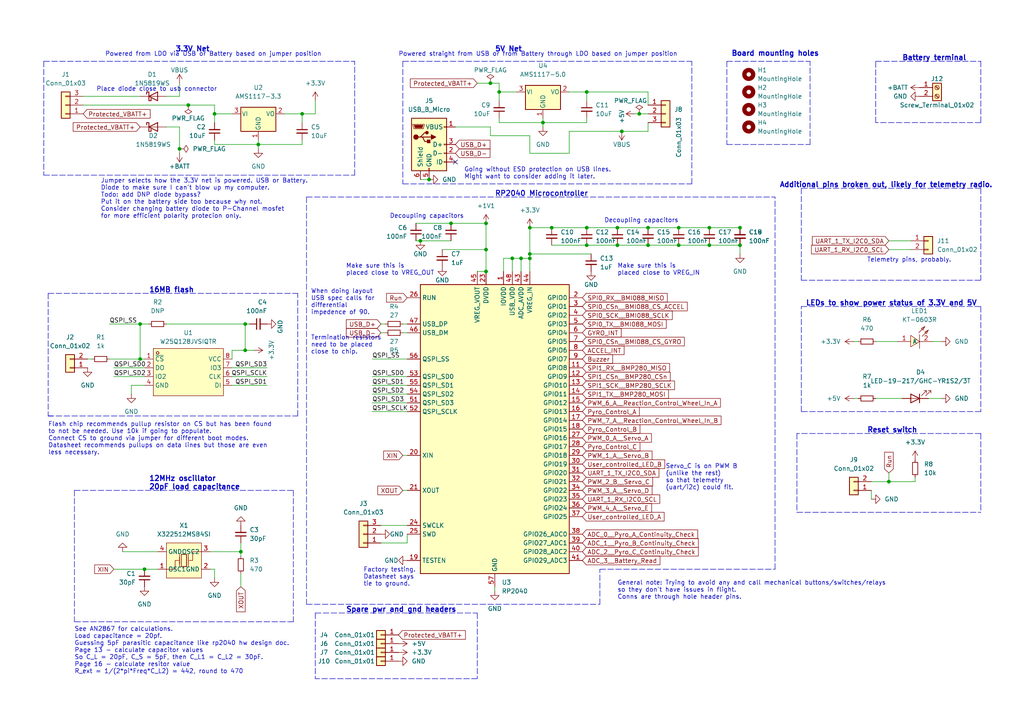
<source format=kicad_sch>
(kicad_sch (version 20211123) (generator eeschema)
  (paper "A4")
  (title_block (title "rp2040 Flight Computer") (date "2023-01-29") (rev "v0.1"))
  (junction (at 185.42 33.02))
  (junction (at 52.07 43.18))
  (junction (at 214.63 71.12))
  (junction (at 214.63 66.04))
  (junction (at 142.24 24.13))
  (junction (at 179.07 71.12))
  (junction (at 257.81 139.7))
  (junction (at 124.46 52.07))
  (junction (at 69.85 160.02))
  (junction (at 71.12 93.98))
  (junction (at 74.93 41.91))
  (junction (at 144.78 26.67))
  (junction (at 170.18 71.12))
  (junction (at 41.91 165.1))
  (junction (at 196.85 66.04))
  (junction (at 121.92 69.85))
  (junction (at 153.67 66.04))
  (junction (at 153.67 73.66))
  (junction (at 187.96 71.12))
  (junction (at 40.64 104.14))
  (junction (at 140.97 78.74))
  (junction (at 153.67 74.93))
  (junction (at 40.64 93.98))
  (junction (at 130.81 64.77))
  (junction (at 140.97 72.39))
  (junction (at 187.96 66.04))
  (junction (at 160.02 66.04))
  (junction (at 151.13 74.93))
  (junction (at 148.59 74.93))
  (junction (at 170.18 26.67))
  (junction (at 180.34 38.1))
  (junction (at 157.48 35.56))
  (junction (at 170.18 66.04))
  (junction (at 87.63 33.02))
  (junction (at 54.61 30.48))
  (junction (at 179.07 66.04))
  (junction (at 205.74 66.04))
  (junction (at 205.74 71.12))
  (junction (at 62.23 33.02))
  (junction (at 196.85 71.12))
  (junction (at 71.12 101.6))
  (junction (at 140.97 64.77))
  (no_connect (at 132.08 46.99))
  (polyline (pts (xy 284.48 35.56) (xy 254 35.56)))
  (wire (pts (xy 179.07 71.12) (xy 187.96 71.12)))
  (wire (pts (xy 179.07 66.04) (xy 187.96 66.04)))
  (polyline (pts (xy 284.48 54.61) (xy 232.41 54.61)))
  (wire (pts (xy 116.84 96.52) (xy 118.11 96.52)))
  (polyline (pts (xy 13.97 120.65) (xy 86.36 120.65)))
  (wire (pts (xy 153.67 44.45) (xy 165.1 44.45)))
  (wire (pts (xy 187.96 71.12) (xy 196.85 71.12)))
  (wire (pts (xy 69.85 166.37) (xy 69.85 170.18)))
  (wire (pts (xy 54.61 30.48) (xy 62.23 30.48)))
  (wire (pts (xy 110.49 152.4) (xy 118.11 152.4)))
  (wire (pts (xy 265.43 139.7) (xy 265.43 138.43)))
  (polyline (pts (xy 88.9 175.26) (xy 173.99 175.26)))
  (wire (pts (xy 116.84 142.24) (xy 118.11 142.24)))
  (wire (pts (xy 144.78 26.67) (xy 144.78 29.21)))
  (wire (pts (xy 48.26 27.94) (xy 52.07 27.94)))
  (polyline (pts (xy 86.36 120.65) (xy 86.36 85.09)))
  (polyline (pts (xy 116.84 17.78) (xy 200.66 17.78)))
  (wire (pts (xy 138.43 78.74) (xy 140.97 78.74)))
  (polyline (pts (xy 13.97 85.09) (xy 13.97 120.65)))
  (polyline (pts (xy 13.97 120.65) (xy 15.24 120.65)))
  (wire (pts (xy 247.65 115.57) (xy 248.92 115.57)))
  (polyline (pts (xy 12.7 17.78) (xy 102.87 17.78)))
  (polyline (pts (xy 85.09 180.34) (xy 21.59 180.34)))
  (wire (pts (xy 74.93 41.91) (xy 74.93 43.18)))
  (polyline (pts (xy 210.82 17.78) (xy 210.82 41.91)))
  (wire (pts (xy 62.23 167.64) (xy 62.23 165.1)))
  (wire (pts (xy 60.96 160.02) (xy 69.85 160.02)))
  (wire (pts (xy 160.02 71.12) (xy 170.18 71.12)))
  (wire (pts (xy 24.13 27.94) (xy 40.64 27.94)))
  (polyline (pts (xy 284.48 17.78) (xy 284.48 35.56)))
  (wire (pts (xy 31.75 104.14) (xy 40.64 104.14)))
  (polyline (pts (xy 232.41 81.28) (xy 284.48 81.28)))
  (wire (pts (xy 254 99.06) (xy 260.35 99.06)))
  (polyline (pts (xy 224.79 165.1) (xy 224.79 57.15)))
  (wire (pts (xy 143.51 170.18) (xy 143.51 171.45)))
  (wire (pts (xy 67.31 111.76) (xy 77.47 111.76)))
  (wire (pts (xy 120.65 64.77) (xy 130.81 64.77)))
  (polyline (pts (xy 200.66 53.34) (xy 200.66 17.78)))
  (wire (pts (xy 146.05 74.93) (xy 148.59 74.93)))
  (polyline (pts (xy 13.97 85.09) (xy 86.36 85.09)))
  (wire (pts (xy 35.56 160.02) (xy 45.72 160.02)))
  (wire (pts (xy 257.81 69.85) (xy 264.16 69.85)))
  (polyline (pts (xy 284.48 125.73) (xy 231.14 125.73)))
  (wire (pts (xy 118.11 157.48) (xy 110.49 157.48)))
  (polyline (pts (xy 231.14 125.73) (xy 231.14 148.59)))
  (wire (pts (xy 257.81 72.39) (xy 264.16 72.39)))
  (wire (pts (xy 62.23 41.91) (xy 74.93 41.91)))
  (wire (pts (xy 144.78 24.13) (xy 144.78 26.67)))
  (wire (pts (xy 25.4 104.14) (xy 26.67 104.14)))
  (wire (pts (xy 116.84 132.08) (xy 118.11 132.08)))
  (polyline (pts (xy 234.95 41.91) (xy 234.95 17.78)))
  (wire (pts (xy 140.97 72.39) (xy 140.97 78.74)))
  (wire (pts (xy 140.97 64.77) (xy 140.97 72.39)))
  (wire (pts (xy 40.64 93.98) (xy 43.18 93.98)))
  (wire (pts (xy 157.48 35.56) (xy 170.18 35.56)))
  (wire (pts (xy 252.73 139.7) (xy 257.81 139.7)))
  (polyline (pts (xy 12.7 50.8) (xy 102.87 50.8)))
  (wire (pts (xy 153.67 73.66) (xy 153.67 74.93)))
  (wire (pts (xy 170.18 71.12) (xy 179.07 71.12)))
  (wire (pts (xy 151.13 74.93) (xy 153.67 74.93)))
  (wire (pts (xy 187.96 38.1) (xy 187.96 35.56)))
  (wire (pts (xy 205.74 71.12) (xy 214.63 71.12)))
  (wire (pts (xy 62.23 165.1) (xy 60.96 165.1)))
  (wire (pts (xy 160.02 66.04) (xy 170.18 66.04)))
  (polyline (pts (xy 85.09 142.24) (xy 85.09 180.34)))
  (wire (pts (xy 170.18 66.04) (xy 179.07 66.04)))
  (wire (pts (xy 74.93 41.91) (xy 87.63 41.91)))
  (wire (pts (xy 132.08 36.83) (xy 142.24 36.83)))
  (wire (pts (xy 144.78 24.13) (xy 142.24 24.13)))
  (wire (pts (xy 67.31 106.68) (xy 77.47 106.68)))
  (wire (pts (xy 87.63 33.02) (xy 87.63 35.56)))
  (wire (pts (xy 160.02 66.04) (xy 153.67 66.04)))
  (wire (pts (xy 67.31 101.6) (xy 71.12 101.6)))
  (wire (pts (xy 62.23 30.48) (xy 62.23 33.02)))
  (wire (pts (xy 74.93 40.64) (xy 74.93 41.91)))
  (wire (pts (xy 48.26 36.83) (xy 52.07 36.83)))
  (wire (pts (xy 184.15 33.02) (xy 185.42 33.02)))
  (wire (pts (xy 91.44 29.21) (xy 91.44 33.02)))
  (wire (pts (xy 107.95 111.76) (xy 118.11 111.76)))
  (wire (pts (xy 153.67 66.04) (xy 153.67 73.66)))
  (wire (pts (xy 33.02 106.68) (xy 41.91 106.68)))
  (polyline (pts (xy 210.82 41.91) (xy 234.95 41.91)))
  (wire (pts (xy 87.63 33.02) (xy 91.44 33.02)))
  (wire (pts (xy 187.96 26.67) (xy 187.96 30.48)))
  (wire (pts (xy 69.85 160.02) (xy 69.85 157.48)))
  (wire (pts (xy 148.59 74.93) (xy 151.13 74.93)))
  (polyline (pts (xy 102.87 50.8) (xy 102.87 17.78)))
  (wire (pts (xy 110.49 93.98) (xy 111.76 93.98)))
  (polyline (pts (xy 232.41 119.38) (xy 232.41 88.9)))
  (polyline (pts (xy 232.41 54.61) (xy 232.41 81.28)))
  (wire (pts (xy 40.64 104.14) (xy 41.91 104.14)))
  (polyline (pts (xy 254 35.56) (xy 254 17.78)))
  (wire (pts (xy 38.1 114.3) (xy 38.1 111.76)))
  (polyline (pts (xy 210.82 17.78) (xy 234.95 17.78)))
  (wire (pts (xy 153.67 39.37) (xy 153.67 44.45)))
  (wire (pts (xy 144.78 35.56) (xy 157.48 35.56)))
  (wire (pts (xy 120.65 69.85) (xy 121.92 69.85)))
  (wire (pts (xy 157.48 35.56) (xy 157.48 36.83)))
  (wire (pts (xy 128.27 72.39) (xy 140.97 72.39)))
  (polyline (pts (xy 91.44 177.8) (xy 138.43 177.8)))
  (wire (pts (xy 170.18 26.67) (xy 187.96 26.67)))
  (wire (pts (xy 153.67 73.66) (xy 171.45 73.66)))
  (polyline (pts (xy 88.9 57.15) (xy 88.9 175.26)))
  (polyline (pts (xy 21.59 142.24) (xy 85.09 142.24)))
  (polyline (pts (xy 88.9 57.15) (xy 224.79 57.15)))
  (wire (pts (xy 130.81 64.77) (xy 140.97 64.77)))
  (wire (pts (xy 214.63 71.12) (xy 214.63 73.66)))
  (wire (pts (xy 107.95 104.14) (xy 118.11 104.14)))
  (polyline (pts (xy 138.43 196.85) (xy 91.44 196.85)))
  (wire (pts (xy 153.67 74.93) (xy 153.67 78.74)))
  (polyline (pts (xy 284.48 54.61) (xy 284.48 81.28)))
  (wire (pts (xy 67.31 101.6) (xy 67.31 104.14)))
  (wire (pts (xy 71.12 93.98) (xy 72.39 93.98)))
  (polyline (pts (xy 173.99 165.1) (xy 224.79 165.1)))
  (wire (pts (xy 24.13 30.48) (xy 54.61 30.48)))
  (wire (pts (xy 142.24 24.13) (xy 138.43 24.13)))
  (wire (pts (xy 62.23 33.02) (xy 67.31 33.02)))
  (polyline (pts (xy 284.48 88.9) (xy 284.48 119.38)))
  (wire (pts (xy 33.02 109.22) (xy 41.91 109.22)))
  (wire (pts (xy 270.51 99.06) (xy 273.05 99.06)))
  (polyline (pts (xy 284.48 125.73) (xy 284.48 148.59)))
  (wire (pts (xy 107.95 109.22) (xy 118.11 109.22)))
  (polyline (pts (xy 284.48 119.38) (xy 232.41 119.38)))
  (polyline (pts (xy 91.44 177.8) (xy 91.44 196.85)))
  (wire (pts (xy 107.95 114.3) (xy 118.11 114.3)))
  (wire (pts (xy 151.13 78.74) (xy 151.13 74.93)))
  (wire (pts (xy 41.91 165.1) (xy 45.72 165.1)))
  (wire (pts (xy 180.34 38.1) (xy 187.96 38.1)))
  (wire (pts (xy 62.23 40.64) (xy 62.23 41.91)))
  (wire (pts (xy 196.85 66.04) (xy 205.74 66.04)))
  (wire (pts (xy 71.12 101.6) (xy 73.66 101.6)))
  (polyline (pts (xy 232.41 88.9) (xy 284.48 88.9)))
  (wire (pts (xy 247.65 99.06) (xy 248.92 99.06)))
  (wire (pts (xy 165.1 26.67) (xy 170.18 26.67)))
  (wire (pts (xy 69.85 160.02) (xy 69.85 161.29)))
  (wire (pts (xy 31.75 93.98) (xy 40.64 93.98)))
  (wire (pts (xy 257.81 137.16) (xy 257.81 139.7)))
  (wire (pts (xy 170.18 26.67) (xy 170.18 29.21)))
  (polyline (pts (xy 173.99 175.26) (xy 173.99 165.1)))
  (wire (pts (xy 165.1 44.45) (xy 165.1 38.1)))
  (wire (pts (xy 269.24 115.57) (xy 273.05 115.57)))
  (wire (pts (xy 170.18 34.29) (xy 170.18 35.56)))
  (wire (pts (xy 52.07 43.18) (xy 52.07 44.45)))
  (polyline (pts (xy 12.7 17.78) (xy 12.7 50.8)))
  (wire (pts (xy 165.1 38.1) (xy 180.34 38.1)))
  (wire (pts (xy 142.24 36.83) (xy 142.24 39.37)))
  (wire (pts (xy 196.85 71.12) (xy 205.74 71.12)))
  (wire (pts (xy 40.64 104.14) (xy 40.64 93.98)))
  (wire (pts (xy 146.05 78.74) (xy 146.05 74.93)))
  (wire (pts (xy 144.78 34.29) (xy 144.78 35.56)))
  (wire (pts (xy 257.81 139.7) (xy 265.43 139.7)))
  (wire (pts (xy 144.78 26.67) (xy 149.86 26.67)))
  (wire (pts (xy 82.55 33.02) (xy 87.63 33.02)))
  (wire (pts (xy 52.07 24.13) (xy 52.07 27.94)))
  (polyline (pts (xy 116.84 17.78) (xy 116.84 53.34)))
  (wire (pts (xy 205.74 66.04) (xy 214.63 66.04)))
  (polyline (pts (xy 254 17.78) (xy 284.48 17.78)))
  (wire (pts (xy 148.59 78.74) (xy 148.59 74.93)))
  (wire (pts (xy 67.31 109.22) (xy 77.47 109.22)))
  (wire (pts (xy 187.96 66.04) (xy 196.85 66.04)))
  (wire (pts (xy 142.24 39.37) (xy 153.67 39.37)))
  (wire (pts (xy 62.23 33.02) (xy 62.23 35.56)))
  (wire (pts (xy 254 115.57) (xy 261.62 115.57)))
  (wire (pts (xy 107.95 119.38) (xy 118.11 119.38)))
  (polyline (pts (xy 138.43 177.8) (xy 138.43 196.85)))
  (polyline (pts (xy 21.59 142.24) (xy 21.59 180.34)))
  (wire (pts (xy 121.92 52.07) (xy 124.46 52.07)))
  (wire (pts (xy 157.48 34.29) (xy 157.48 35.56)))
  (polyline (pts (xy 231.14 148.59) (xy 284.48 148.59)))
  (wire (pts (xy 252.73 144.78) (xy 252.73 142.24)))
  (wire (pts (xy 107.95 116.84) (xy 118.11 116.84)))
  (wire (pts (xy 185.42 33.02) (xy 187.96 33.02)))
  (wire (pts (xy 52.07 36.83) (xy 52.07 43.18)))
  (wire (pts (xy 33.02 165.1) (xy 41.91 165.1)))
  (polyline (pts (xy 116.84 53.34) (xy 200.66 53.34)))
  (wire (pts (xy 38.1 111.76) (xy 41.91 111.76)))
  (wire (pts (xy 116.84 93.98) (xy 118.11 93.98)))
  (wire (pts (xy 118.11 154.94) (xy 118.11 157.48)))
  (wire (pts (xy 87.63 40.64) (xy 87.63 41.91)))
  (wire (pts (xy 121.92 69.85) (xy 130.81 69.85)))
  (wire (pts (xy 71.12 93.98) (xy 71.12 101.6)))
  (wire (pts (xy 48.26 93.98) (xy 71.12 93.98)))
  (wire (pts (xy 110.49 96.52) (xy 111.76 96.52)))
  (text "Jumper selects how the 3.3V net is powered. USB or Battery.\nDiode to make sure I can't blow up my computer.\nTodo: add DNP diode bypass?\nPut it on the battery side too because why not.\nConsider changing battery diode to P-Channel mosfet\nfor more efficient polarity protecion only." (at 29.21 63.5 0) (effects (font (size 1.27 1.27)) (justify left bottom)))
  (text "Termination resistors\nneed to be placed\nclose to chip." (at 90.17 102.87 0) (effects (font (size 1.27 1.27)) (justify left bottom)))
  (text "Telemetry pins, probably." (at 251.46 76.2 0) (effects (font (size 1.27 1.27)) (justify left bottom)))
  (text "Make sure this is\nplaced close to VREG_OUT" (at 100.33 80.01 0) (effects (font (size 1.27 1.27)) (justify left bottom)))
  (text "Servo_C is on PWM B\n(unlike the rest)\nso that telemetry\n(uart/i2c) could fit." (at 193.04 142.24 0) (effects (font (size 1.27 1.27)) (justify left bottom)))
  (text "Flash chip recommends pullup resistor on CS but has been found\nto not be needed. Use 10k if going to populate.\nConnect CS to ground via jumper for different boot modes.\nDatasheet recommends pullups on data lines but those are even\nless necessary." (at 13.97 132.08 0) (effects (font (size 1.27 1.27)) (justify left bottom)))
  (text "Factory testing.\nDatasheet says\ntie to ground." (at 105.41 170.18 0) (effects (font (size 1.27 1.27)) (justify left bottom)))
  (text "3.3V Net" (at 50.8 15.24 0) (effects (font (size 1.5 1.5) (thickness 0.3) bold) (justify left bottom)))
  (text "16MB flash" (at 43.18 85.09 0) (effects (font (size 1.5 1.5) (thickness 0.3) bold) (justify left bottom)))
  (text "Board mounting holes" (at 212.09 16.51 0) (effects (font (size 1.5 1.5) (thickness 0.3) bold) (justify left bottom)))
  (text "Battery terminal" (at 261.62 17.78 0) (effects (font (size 1.5 1.5) (thickness 0.3) bold) (justify left bottom)))
  (text "Additional pins broken out, likely for telemetry radio." (at 226.06 54.61 0) (effects (font (size 1.5 1.5) (thickness 0.3) bold) (justify left bottom)))
  (text "Reset switch\n" (at 251.46 125.73 0) (effects (font (size 1.5 1.5) (thickness 0.3) bold) (justify left bottom)))
  (text "When doing layout\nUSB spec calls for \ndifferential\nimpedence of 90." (at 90.17 91.44 0) (effects (font (size 1.27 1.27)) (justify left bottom)))
  (text "Make sure this is\nplaced close to VREG_IN" (at 179.07 80.01 0) (effects (font (size 1.27 1.27)) (justify left bottom)))
  (text "Place diode close to usb connector" (at 27.94 26.67 0) (effects (font (size 1.27 1.27)) (justify left bottom)))
  (text "See AN2867 for calculations.\nLoad capacitance = 20pf.\nGuessing 5pF parasitic capacitance like rp2040 hw design doc.\nPage 13 - calculate capacitor values\nSo C_L = 20pF, C_S = 5pF, then C_L1 = C_L2 = 30pF.\nPage 16 - calculate resitor value\nR_ext = 1/(2*pi*Freq*C_L2) = 442, round to 470" (at 21.59 195.58 0) (effects (font (size 1.27 1.27)) (justify left bottom)))
  (text "5V Net" (at 143.51 15.24 0) (effects (font (size 1.5 1.5) (thickness 0.3) bold) (justify left bottom)))
  (text "Going without ESD protection on USB lines.\nMight want to consider adding it later." (at 134.62 52.07 0) (effects (font (size 1.27 1.27)) (justify left bottom)))
  (text "RP2040 Microcontroller" (at 143.51 57.15 0) (effects (font (size 1.5 1.5) (thickness 0.254) bold) (justify left bottom)))
  (text "General note: Trying to avoid any and call mechanical buttons/switches/relays\nso they don't have issues in flight.\nConns are through hole header pins." (at 179.07 173.99 0) (effects (font (size 1.27 1.27)) (justify left bottom)))
  (text "Spare pwr and gnd headers" (at 100.33 177.8 0) (effects (font (size 1.5 1.5) (thickness 0.3) bold) (justify left bottom)))
  (text "Powered straight from USB or from Battery through LDO based on jumper position" (at 115.57 16.51 0) (effects (font (size 1.27 1.27)) (justify left bottom)))
  (text "Decoupling capacitors" (at 113.03 63.5 0) (effects (font (size 1.27 1.27)) (justify left bottom)))
  (text "Powered from LDO via USB or Battery based on jumper position" (at 30.48 16.51 0) (effects (font (size 1.27 1.27)) (justify left bottom)))
  (text "12MHz oscillator\n20pF load capacitance" (at 43.18 142.24 0) (effects (font (size 1.5 1.5) (thickness 0.3) bold) (justify left bottom)))
  (text "LEDs to show power status of 3.3V and 5V" (at 233.68 88.9 0) (effects (font (size 1.5 1.5) (thickness 0.3) bold) (justify left bottom)))
  (text "Decoupling capacitors" (at 175.26 64.77 0) (effects (font (size 1.27 1.27)) (justify left bottom)))
  (label "QSPI_SD2" (at 33.02 109.22 0))
  (label "QSPI_SD0" (at 107.95 109.22 0))
  (label "QSPI_SD3" (at 107.95 116.84 0))
  (label "QSPI_SCLK" (at 107.95 119.38 0))
  (label "QSPI_SD1" (at 107.95 111.76 0))
  (label "QSPI_SD1" (at 77.47 111.76 180))
  (label "QSPI_SCLK" (at 77.47 109.22 180))
  (label "QSPI_SS" (at 31.75 93.98 0))
  (label "QSPI_SS" (at 107.95 104.14 0))
  (label "QSPI_SD2" (at 107.95 114.3 0))
  (label "QSPI_SD3" (at 77.47 106.68 180))
  (label "QSPI_SD0" (at 33.02 106.68 0))
  (global_label "USB_D-" (shape input) (at 132.08 44.45 0) (property "Intersheet References" "${INTERSHEET_REFS}" (effects hide)))
  (global_label "Pyro_Control_A" (shape input) (at 168.91 119.38 0) (property "Intersheet References" "${INTERSHEET_REFS}" (effects hide)))
  (global_label "Run" (shape input) (at 257.81 137.16 90) (property "Intersheet References" "${INTERSHEET_REFS}" (effects hide)))
  (global_label "PWM_6_A__Reaction_Control_Wheel_In_A" (shape input) (at 168.91 116.84 0) (property "Intersheet References" "${INTERSHEET_REFS}" (effects hide)))
  (global_label "USB_D+" (shape input) (at 110.49 93.98 180) (property "Intersheet References" "${INTERSHEET_REFS}" (effects hide)))
  (global_label "SPI1_CSn__BMP280_CSn" (shape input) (at 168.91 109.22 0) (property "Intersheet References" "${INTERSHEET_REFS}" (effects hide)))
  (global_label "USB_D-" (shape input) (at 110.49 96.52 180) (property "Intersheet References" "${INTERSHEET_REFS}" (effects hide)))
  (global_label "SPI1_TX__BMP280_MOSI" (shape input) (at 168.91 114.3 0) (property "Intersheet References" "${INTERSHEET_REFS}" (effects hide)))
  (global_label "GYRO_INT" (shape input) (at 168.91 96.52 0) (property "Intersheet References" "${INTERSHEET_REFS}" (effects hide)))
  (global_label "ADC_2__Pyro_C_Continuity_Check" (shape input) (at 168.91 160.02 0) (property "Intersheet References" "${INTERSHEET_REFS}" (effects hide)))
  (global_label "User_controlled_LED_A" (shape input) (at 168.91 149.86 0) (property "Intersheet References" "${INTERSHEET_REFS}" (effects hide)))
  (global_label "SPI0_CSn__BMI088_CS_GYRO" (shape input) (at 168.91 99.06 0) (property "Intersheet References" "${INTERSHEET_REFS}" (effects hide)))
  (global_label "UART_1_RX_I2C0_SCL" (shape input) (at 168.91 144.78 0) (property "Intersheet References" "${INTERSHEET_REFS}" (effects hide)))
  (global_label "PWM_3_A__Servo_D" (shape input) (at 168.91 142.24 0) (property "Intersheet References" "${INTERSHEET_REFS}" (effects hide)))
  (global_label "PWM_2_B__Servo_C" (shape input) (at 168.91 139.7 0) (property "Intersheet References" "${INTERSHEET_REFS}" (effects hide)))
  (global_label "SPI1_RX__BMP280_MISO" (shape input) (at 168.91 106.68 0) (property "Intersheet References" "${INTERSHEET_REFS}" (effects hide)))
  (global_label "XOUT" (shape input) (at 116.84 142.24 180) (property "Intersheet References" "${INTERSHEET_REFS}" (effects hide)))
  (global_label "UART_1_TX_I2C0_SDA" (shape input) (at 257.81 69.85 180) (property "Intersheet References" "${INTERSHEET_REFS}" (effects hide)))
  (global_label "PWM_0_A__Servo_A" (shape input) (at 168.91 127 0) (property "Intersheet References" "${INTERSHEET_REFS}" (effects hide)))
  (global_label "XOUT" (shape input) (at 69.85 170.18 270) (property "Intersheet References" "${INTERSHEET_REFS}" (effects hide)))
  (global_label "XIN" (shape input) (at 33.02 165.1 180) (property "Intersheet References" "${INTERSHEET_REFS}" (effects hide)))
  (global_label "PWM_7_A__Reaction_Control_Wheel_In_B" (shape input) (at 168.91 121.92 0) (property "Intersheet References" "${INTERSHEET_REFS}" (effects hide)))
  (global_label "PWM_1_A__Servo_B" (shape input) (at 168.91 132.08 0) (property "Intersheet References" "${INTERSHEET_REFS}" (effects hide)))
  (global_label "UART_1_TX_I2C0_SDA" (shape input) (at 168.91 137.16 0) (property "Intersheet References" "${INTERSHEET_REFS}" (effects hide)))
  (global_label "USB_D+" (shape input) (at 132.08 41.91 0) (property "Intersheet References" "${INTERSHEET_REFS}" (effects hide)))
  (global_label "ADC_1__Pyro_B_Continuity_Check" (shape input) (at 168.91 157.48 0) (property "Intersheet References" "${INTERSHEET_REFS}" (effects hide)))
  (global_label "ACCEL_INT" (shape input) (at 168.91 101.6 0) (property "Intersheet References" "${INTERSHEET_REFS}" (effects hide)))
  (global_label "SPI0_SCK__BMI088_SCLK" (shape input) (at 168.91 91.44 0) (property "Intersheet References" "${INTERSHEET_REFS}" (effects hide)))
  (global_label "ADC_0__Pyro_A_Continuity_Check" (shape input) (at 168.91 154.94 0) (property "Intersheet References" "${INTERSHEET_REFS}" (effects hide)))
  (global_label "SPI0_RX__BMI088_MISO" (shape input) (at 168.91 86.36 0) (property "Intersheet References" "${INTERSHEET_REFS}" (effects hide)))
  (global_label "SPI0_TX__BMI088_MOSI" (shape input) (at 168.91 93.98 0) (property "Intersheet References" "${INTERSHEET_REFS}" (effects hide)))
  (global_label "Run" (shape input) (at 118.11 86.36 180) (property "Intersheet References" "${INTERSHEET_REFS}" (effects hide)))
  (global_label "Pyro_Control_C" (shape input) (at 168.91 129.54 0) (property "Intersheet References" "${INTERSHEET_REFS}" (effects hide)))
  (global_label "XIN" (shape input) (at 116.84 132.08 180) (property "Intersheet References" "${INTERSHEET_REFS}" (effects hide)))
  (global_label "SPI0_CSn__BMI088_CS_ACCEL" (shape input) (at 168.91 88.9 0) (property "Intersheet References" "${INTERSHEET_REFS}" (effects hide)))
  (global_label "UART_1_RX_I2C0_SCL" (shape input) (at 257.81 72.39 180) (property "Intersheet References" "${INTERSHEET_REFS}" (effects hide)))
  (global_label "Protected_VBATT+" (shape input) (at 40.64 36.83 180) (property "Intersheet References" "${INTERSHEET_REFS}" (effects hide)))
  (global_label "Pyro_Control_B" (shape input) (at 168.91 124.46 0) (property "Intersheet References" "${INTERSHEET_REFS}" (effects hide)))
  (global_label "PWM_4_A__Servo_E" (shape input) (at 168.91 147.32 0) (property "Intersheet References" "${INTERSHEET_REFS}" (effects hide)))
  (global_label "SPI1_SCK__BMP280_SCLK" (shape input) (at 168.91 111.76 0) (property "Intersheet References" "${INTERSHEET_REFS}" (effects hide)))
  (global_label "Protected_VBATT+" (shape input) (at 138.43 24.13 180) (property "Intersheet References" "${INTERSHEET_REFS}" (effects hide)))
  (global_label "ADC_3__Battery_Read" (shape input) (at 168.91 162.56 0) (property "Intersheet References" "${INTERSHEET_REFS}" (effects hide)))
  (global_label "Protected_VBATT+" (shape input) (at 115.57 184.15 0) (property "Intersheet References" "${INTERSHEET_REFS}" (effects hide)))
  (global_label "User_controlled_LED_B" (shape input) (at 168.91 134.62 0) (property "Intersheet References" "${INTERSHEET_REFS}" (effects hide)))
  (global_label "Protected_VBATT+" (shape input) (at 24.13 33.02 0) (property "Intersheet References" "${INTERSHEET_REFS}" (effects hide)))
  (global_label "Buzzer" (shape input) (at 168.91 104.14 0) (property "Intersheet References" "${INTERSHEET_REFS}" (effects hide)))
  (symbol (lib_id "power:+5V") (at 115.57 186.69 270) (unit 1)
    (property "Reference" "#PWR0104" (effects hide))
    (property "Value" "+5V" (at 119.38 186.6899 90) (effects (justify left)))
  )
  (symbol (lib_id "Device:C_Small") (at 205.74 68.58 0) (unit 1)
    (property "Reference" "C17" (at 208.28 67.3162 0) (effects (justify left)))
    (property "Value" "100nF" (at 208.28 69.8562 0) (effects (justify left)))
    (property "Footprint" "Capacitor_SMD:C_0402_1005Metric" (effects hide))
  )
  (symbol (lib_id "Device:C_Small") (at 130.81 67.31 180) (unit 1)
    (property "Reference" "C8" (at 128.27 66.04 0) (effects (justify left)))
    (property "Value" "100nF" (at 128.27 68.58 0) (effects (justify left)))
    (property "Footprint" "Capacitor_SMD:C_0402_1005Metric" (effects hide))
  )
  (symbol (lib_id "power:GND") (at 62.23 167.64 0) (unit 1)
    (property "Reference" "#PWR07" (effects hide))
    (property "Value" "GND" (at 62.23 172.72 0))
  )
  (symbol (lib_id "Device:C_Small") (at 128.27 74.93 0) (unit 1)
    (property "Reference" "C7" (at 130.81 73.6662 0) (effects (justify left)))
    (property "Value" "1uF" (at 130.81 76.2062 0) (effects (justify left)))
    (property "Footprint" "Capacitor_SMD:C_0402_1005Metric" (effects hide))
  )
  (symbol (lib_id "power:+5V") (at 247.65 115.57 90) (unit 1)
    (property "Reference" "#PWR030" (effects hide))
    (property "Value" "+5V" (at 243.84 115.5699 90) (effects (justify left)))
  )
  (symbol (lib_id "power:+5V") (at 184.15 33.02 90) (unit 1)
    (property "Reference" "#PWR027" (effects hide))
    (property "Value" "+5V" (at 180.34 31.75 0) (effects (justify right)))
  )
  (symbol (lib_id "power:+BATT") (at 52.07 44.45 180) (unit 1)
    (property "Reference" "#PWR06" (effects hide))
    (property "Value" "+BATT" (at 52.07 48.26 0))
  )
  (symbol (lib_id "Device:C_Small") (at 214.63 68.58 0) (unit 1)
    (property "Reference" "C18" (at 217.17 67.3162 0) (effects (justify left)))
    (property "Value" "100nF" (at 217.17 69.8562 0) (effects (justify left)))
    (property "Footprint" "Capacitor_SMD:C_0402_1005Metric" (effects hide))
  )
  (symbol (lib_id "Connector_Generic:Conn_01x03") (at 19.05 30.48 180) (unit 1)
    (property "Reference" "J1" (at 19.05 21.59 0))
    (property "Value" "Conn_01x03" (at 19.05 24.13 0))
    (property "Footprint" "Connector_PinHeader_2.54mm:PinHeader_1x03_P2.54mm_Vertical" (effects hide))
  )
  (symbol (lib_id "power:GND") (at 128.27 77.47 0) (unit 1)
    (property "Reference" "#PWR018" (effects hide))
    (property "Value" "GND" (at 128.27 81.28 0))
  )
  (symbol (lib_id "Device:R_Small") (at 114.3 93.98 270) (unit 1)
    (property "Reference" "R4" (at 114.3 88.9 90))
    (property "Value" "27" (at 114.3 91.44 90))
    (property "Footprint" "Resistor_SMD:R_0603_1608Metric" (effects hide))
  )
  (symbol (lib_id "power:GND") (at 41.91 170.18 0) (unit 1)
    (property "Reference" "#PWR04" (effects hide))
    (property "Value" "GND" (at 41.91 175.26 0))
  )
  (symbol (lib_id "Device:C_Small") (at 196.85 68.58 0) (unit 1)
    (property "Reference" "C16" (at 199.39 67.3162 0) (effects (justify left)))
    (property "Value" "100nF" (at 199.39 69.8562 0) (effects (justify left)))
    (property "Footprint" "Capacitor_SMD:C_0402_1005Metric" (effects hide))
  )
  (symbol (lib_id "power:GND") (at 77.47 93.98 90) (unit 1)
    (property "Reference" "#PWR011" (effects hide))
    (property "Value" "GND" (at 81.28 92.71 0) (effects (justify right)))
  )
  (symbol (lib_id "power:VBUS") (at 180.34 38.1 180) (unit 1)
    (property "Reference" "#PWR026" (effects hide))
    (property "Value" "VBUS" (at 180.34 41.91 0))
  )
  (symbol (lib_id "Connector:USB_B_Micro") (at 124.46 41.91 0) (unit 1)
    (property "Reference" "J5" (at 124.46 29.21 0))
    (property "Value" "USB_B_Micro" (at 124.46 31.75 0))
    (property "Footprint" "easyeda2kicad:MICRO-USB-SMD_MICROXNJ" (effects hide))
  )
  (symbol (lib_id "Device:C_Small") (at 144.78 31.75 0) (mirror x) (unit 1)
    (property "Reference" "C9" (at 142.24 30.4735 0) (effects (justify right)))
    (property "Value" "10uF" (at 142.24 33.0135 0) (effects (justify right)))
    (property "Footprint" "Capacitor_SMD:C_0805_2012Metric" (effects hide))
  )
  (symbol (lib_id "Device:R_Small") (at 265.43 135.89 180) (unit 1)
    (property "Reference" "R8" (at 267.97 134.6199 0) (effects (justify right)))
    (property "Value" "10k" (at 267.97 137.1599 0) (effects (justify right)))
    (property "Footprint" "Resistor_SMD:R_0402_1005Metric" (effects hide))
  )
  (symbol (lib_id "power:+3.3V") (at 115.57 189.23 270) (unit 1)
    (property "Reference" "#PWR019" (effects hide))
    (property "Value" "+3.3V" (at 119.38 189.2299 90) (effects (justify left)))
  )
  (symbol (lib_id "Device:C_Small") (at 170.18 68.58 0) (unit 1)
    (property "Reference" "C12" (at 172.72 67.3162 0) (effects (justify left)))
    (property "Value" "100nF" (at 172.72 69.8562 0) (effects (justify left)))
    (property "Footprint" "Capacitor_SMD:C_0402_1005Metric" (effects hide))
  )
  (symbol (lib_id "Connector:Screw_Terminal_01x02") (at 271.78 25.4 0) (unit 1)
    (property "Reference" "J12" (at 271.78 22.86 0))
    (property "Value" "Screw_Terminal_01x02" (at 271.78 30.48 0))
    (property "Footprint" "easyeda2kicad:CONN-TH_XY301V-A-5.0-2P" (effects hide))
  )
  (symbol (lib_id "power:PWR_FLAG") (at 54.61 30.48 180) (unit 1)
    (property "Reference" "#FLG02" (effects hide))
    (property "Value" "PWR_FLAG" (at 54.61 34.29 0))
  )
  (symbol (lib_id "Mechanical:MountingHole") (at 217.17 26.67 0) (unit 1)
    (property "Reference" "H2" (at 219.71 25.3999 0) (effects (justify left)))
    (property "Value" "MountingHole" (at 219.71 27.9399 0) (effects (justify left)))
    (property "Footprint" "MountingHole:MountingHole_2mm" (effects hide))
  )
  (symbol (lib_id "power:+1V1") (at 140.97 64.77 0) (unit 1)
    (property "Reference" "#PWR020" (effects hide))
    (property "Value" "+1V1" (at 140.97 59.69 0))
  )
  (symbol (lib_id "Device:C_Small") (at 171.45 76.2 0) (unit 1)
    (property "Reference" "C13" (at 173.99 74.9362 0) (effects (justify left)))
    (property "Value" "1uF" (at 173.99 77.4762 0) (effects (justify left)))
    (property "Footprint" "Capacitor_SMD:C_0402_1005Metric" (effects hide))
  )
  (symbol (lib_id "power:GND") (at 118.11 162.56 270) (unit 1)
    (property "Reference" "#PWR015" (effects hide))
    (property "Value" "GND" (at 115.57 162.56 90) (effects (justify right)))
  )
  (symbol (lib_id "power:+3.3V") (at 265.43 133.35 0) (unit 1)
    (property "Reference" "#PWR031" (effects hide))
    (property "Value" "+3.3V" (at 265.43 128.27 0))
  )
  (symbol (lib_id "Diode:1N5819WS") (at 44.45 36.83 0) (unit 1)
    (property "Reference" "D2" (at 44.45 39.37 0))
    (property "Value" "1N5819WS" (at 44.45 41.91 0))
    (property "Footprint" "Diode_SMD:D_SOD-323" (effects hide))
    (property "Datasheet" "https://datasheet.lcsc.com/lcsc/2204281430_Guangdong-Hottech-1N5819WS_C191023.pdf" (effects hide))
  )
  (symbol (lib_id "power:GND") (at 143.51 171.45 0) (unit 1)
    (property "Reference" "#PWR021" (effects hide))
    (property "Value" "GND" (at 143.51 176.53 0))
  )
  (symbol (lib_id "Connector_Generic:Conn_01x03") (at 193.04 33.02 0) (unit 1)
    (property "Reference" "J8" (at 195.58 31.7499 0) (effects (justify left)))
    (property "Value" "Conn_01x03" (at 196.85 45.72 90) (effects (justify left)))
    (property "Footprint" "Connector_PinHeader_2.54mm:PinHeader_1x03_P2.54mm_Vertical" (effects hide))
  )
  (symbol (lib_id "Connector_Generic:Conn_01x01") (at 110.49 189.23 180) (unit 1)
    (property "Reference" "J7" (at 93.98 189.23 0))
    (property "Value" "Conn_01x01" (at 102.87 189.23 0))
    (property "Footprint" "Connector_PinHeader_2.54mm:PinHeader_1x01_P2.54mm_Vertical" (effects hide))
  )
  (symbol (lib_id "power:GND") (at 25.4 106.68 0) (unit 1)
    (property "Reference" "#PWR01" (effects hide))
    (property "Value" "GND" (at 25.4 111.76 0))
  )
  (symbol (lib_id "Connector_Generic:Conn_01x02") (at 20.32 106.68 180) (unit 1)
    (property "Reference" "J2" (at 20.32 97.79 0))
    (property "Value" "Conn_01x02" (at 20.32 100.33 0))
    (property "Footprint" "Connector_PinHeader_2.54mm:PinHeader_1x02_P2.54mm_Vertical" (effects hide))
  )
  (symbol (lib_id "Mechanical:MountingHole") (at 217.17 21.59 0) (unit 1)
    (property "Reference" "H1" (at 219.71 20.3199 0) (effects (justify left)))
    (property "Value" "MountingHole" (at 219.71 22.8599 0) (effects (justify left)))
    (property "Footprint" "MountingHole:MountingHole_2mm" (effects hide))
  )
  (symbol (lib_id "power:GND") (at 74.93 43.18 0) (unit 1)
    (property "Reference" "#PWR010" (effects hide))
    (property "Value" "GND" (at 74.93 48.26 0))
  )
  (symbol (lib_id "Device:C_Small") (at 187.96 68.58 0) (unit 1)
    (property "Reference" "C15" (at 190.5 67.3162 0) (effects (justify left)))
    (property "Value" "100nF" (at 190.5 69.8562 0) (effects (justify left)))
    (property "Footprint" "Capacitor_SMD:C_0402_1005Metric" (effects hide))
  )
  (symbol (lib_id "Diode:1N5819WS") (at 44.45 27.94 0) (unit 1)
    (property "Reference" "D1" (at 44.1325 21.59 0))
    (property "Value" "1N5819WS" (at 44.1325 24.13 0))
    (property "Footprint" "Diode_SMD:D_SOD-323" (effects hide))
    (property "Datasheet" "https://datasheet.lcsc.com/lcsc/2204281430_Guangdong-Hottech-1N5819WS_C191023.pdf" (effects hide))
  )
  (symbol (lib_id "power:PWR_FLAG") (at 52.07 43.18 270) (unit 1)
    (property "Reference" "#FLG01" (effects hide))
    (property "Value" "PWR_FLAG" (at 55.88 43.1799 90) (effects (justify left)))
  )
  (symbol (lib_id "Connector_Generic:Conn_01x02") (at 247.65 142.24 180) (unit 1)
    (property "Reference" "J9" (at 247.65 133.35 0))
    (property "Value" "Conn_01x02" (at 247.65 135.89 0))
    (property "Footprint" "Connector_PinHeader_2.54mm:PinHeader_1x02_P2.54mm_Vertical" (effects hide))
  )
  (symbol (lib_id "Device:C_Small") (at 160.02 68.58 0) (unit 1)
    (property "Reference" "C10" (at 162.56 67.3162 0) (effects (justify left)))
    (property "Value" "100nF" (at 162.56 69.8562 0) (effects (justify left)))
    (property "Footprint" "Capacitor_SMD:C_0402_1005Metric" (effects hide))
  )
  (symbol (lib_id "power:+3.3V") (at 247.65 99.06 90) (unit 1)
    (property "Reference" "#PWR0101" (effects hide))
    (property "Value" "+3.3V" (at 243.84 99.0599 90) (effects (justify left)))
  )
  (symbol (lib_id "Regulator_Linear:AMS1117-3.3") (at 74.93 33.02 0) (unit 1)
    (property "Reference" "U2" (at 74.93 25.4 0))
    (property "Value" "AMS1117-3.3" (at 74.93 27.94 0))
    (property "Footprint" "Package_TO_SOT_SMD:SOT-223-3_TabPin2" (effects hide))
    (property "Datasheet" "http://www.advanced-monolithic.com/pdf/ds1117.pdf" (effects hide))
  )
  (symbol (lib_id "Connector_Generic:Conn_01x01") (at 110.49 184.15 180) (unit 1)
    (property "Reference" "J4" (at 93.98 184.15 0))
    (property "Value" "Conn_01x01" (at 102.87 184.15 0))
    (property "Footprint" "Connector_PinHeader_2.54mm:PinHeader_1x01_P2.54mm_Vertical" (effects hide))
  )
  (symbol (lib_id "Connector_Generic:Conn_01x03") (at 105.41 154.94 180) (unit 1)
    (property "Reference" "J3" (at 105.41 146.05 0))
    (property "Value" "Conn_01x03" (at 105.41 148.59 0))
    (property "Footprint" "Connector_PinHeader_2.54mm:PinHeader_1x03_P2.54mm_Vertical" (effects hide))
  )
  (symbol (lib_id "Mechanical:MountingHole") (at 217.17 31.75 0) (unit 1)
    (property "Reference" "H3" (at 219.71 30.4799 0) (effects (justify left)))
    (property "Value" "MountingHole" (at 219.71 33.0199 0) (effects (justify left)))
    (property "Footprint" "MountingHole:MountingHole_2mm" (effects hide))
  )
  (symbol (lib_id "Device:LED") (at 265.43 115.57 180) (unit 1)
    (property "Reference" "D4" (at 267.0175 107.95 0))
    (property "Value" "LED-19-217/GHC-YR1S2/3T" (at 267.0175 110.49 0))
    (property "Footprint" "easyeda2kicad:LED0603-R-RD" (effects hide))
  )
  (symbol (lib_id "power:GND") (at 38.1 114.3 0) (unit 1)
    (property "Reference" "#PWR03" (effects hide))
    (property "Value" "GND" (at 38.1 119.38 0))
  )
  (symbol (lib_id "power:+3.3V") (at 91.44 29.21 0) (unit 1)
    (property "Reference" "#PWR012" (effects hide))
    (property "Value" "+3.3V" (at 91.44 24.13 0))
  )
  (symbol (lib_id "Device:R_Small") (at 114.3 96.52 90) (unit 1)
    (property "Reference" "R5" (at 114.3 101.6 90))
    (property "Value" "27" (at 114.3 99.06 90))
    (property "Footprint" "Resistor_SMD:R_0603_1608Metric" (effects hide))
  )
  (symbol (lib_id "power:GND") (at 121.92 69.85 0) (unit 1)
    (property "Reference" "#PWR016" (effects hide))
    (property "Value" "GND" (at 121.92 73.66 0))
  )
  (symbol (lib_id "power:+BATT") (at 266.7 25.4 90) (unit 1)
    (property "Reference" "#PWR033" (effects hide))
    (property "Value" "+BATT" (at 260.35 25.4 90))
  )
  (symbol (lib_id "power:VBUS") (at 52.07 24.13 0) (unit 1)
    (property "Reference" "#PWR05" (effects hide))
    (property "Value" "VBUS" (at 52.07 20.32 0))
  )
  (symbol (lib_id "power:GND") (at 35.56 160.02 180) (unit 1)
    (property "Reference" "#PWR02" (effects hide))
    (property "Value" "GND" (at 35.56 154.94 0))
  )
  (symbol (lib_id "Device:R_Small") (at 45.72 93.98 90) (unit 1)
    (property "Reference" "R2" (at 45.72 87.63 90))
    (property "Value" "DNP" (at 45.72 90.17 90))
    (property "Footprint" "Resistor_SMD:R_0402_1005Metric" (effects hide))
  )
  (symbol (lib_id "power:+3.3V") (at 73.66 101.6 270) (unit 1)
    (property "Reference" "#PWR09" (effects hide))
    (property "Value" "+3.3V" (at 78.74 101.6 0))
  )
  (symbol (lib_id "Mechanical:MountingHole") (at 217.17 36.83 0) (unit 1)
    (property "Reference" "H4" (at 219.71 35.5599 0) (effects (justify left)))
    (property "Value" "MountingHole" (at 219.71 38.0999 0) (effects (justify left)))
    (property "Footprint" "MountingHole:MountingHole_2mm" (effects hide))
  )
  (symbol (lib_id "power:GND") (at 273.05 99.06 90) (unit 1)
    (property "Reference" "#PWR037" (effects hide))
    (property "Value" "GND" (at 276.86 99.0599 90) (effects (justify right)))
  )
  (symbol (lib_id "Device:C_Small") (at 69.85 154.94 0) (mirror x) (unit 1)
    (property "Reference" "C3" (at 72.39 153.67 0) (effects (justify left)))
    (property "Value" "30pF" (at 72.39 156.21 0) (effects (justify left)))
    (property "Footprint" "Capacitor_SMD:C_0402_1005Metric" (effects hide))
  )
  (symbol (lib_id "power:PWR_FLAG") (at 142.24 24.13 0) (unit 1)
    (property "Reference" "#FLG03" (effects hide))
    (property "Value" "PWR_FLAG" (at 142.24 20.32 0))
  )
  (symbol (lib_id "Device:C_Small") (at 120.65 67.31 180) (unit 1)
    (property "Reference" "C6" (at 118.11 66.04 0) (effects (justify left)))
    (property "Value" "100nF" (at 118.11 68.58 0) (effects (justify left)))
    (property "Footprint" "Capacitor_SMD:C_0402_1005Metric" (effects hide))
  )
  (symbol (lib_id "Connector_Generic:Conn_01x01") (at 110.49 186.69 180) (unit 1)
    (property "Reference" "J6" (at 93.98 186.69 0))
    (property "Value" "Conn_01x01" (at 102.87 186.69 0))
    (property "Footprint" "Connector_PinHeader_2.54mm:PinHeader_1x01_P2.54mm_Vertical" (effects hide))
  )
  (symbol (lib_id "power:PWR_FLAG") (at 185.42 33.02 0) (unit 1)
    (property "Reference" "#FLG0101" (effects hide))
    (property "Value" "PWR_FLAG" (at 182.88 29.21 0))
  )
  (symbol (lib_id "easyeda2kicad_flight_computer:W25Q128JVSIQTR") (at 54.61 107.95 0) (unit 1)
    (property "Reference" "U1" (at 54.61 96.52 0))
    (property "Value" "W25Q128JVSIQTR" (at 54.61 99.06 0))
    (property "Footprint" "easyeda2kicad:SOIC-8_L5.3-W5.3-P1.27-LS8.0-BL" (effects hide))
    (property "Datasheet" "https://lcsc.com/product-detail/FLASH_W25Q128JVSIQTR_C97521.html" (effects hide))
    (property "Manufacturer" "WINBOND(华邦)" (effects hide))
    (property "LCSC Part" "C97521" (effects hide))
    (property "JLC Part" "Basic Part" (effects hide))
  )
  (symbol (lib_id "power:GND") (at 157.48 36.83 0) (unit 1)
    (property "Reference" "#PWR024" (effects hide))
    (property "Value" "GND" (at 157.48 41.91 0))
  )
  (symbol (lib_id "Device:R_Small") (at 251.46 99.06 90) (unit 1)
    (property "Reference" "R6" (at 251.46 92.71 90))
    (property "Value" "470" (at 251.46 95.25 90))
    (property "Footprint" "Resistor_SMD:R_0402_1005Metric" (effects hide))
  )
  (symbol (lib_id "Connector_Generic:Conn_01x02") (at 269.24 69.85 0) (unit 1)
    (property "Reference" "J11" (at 271.78 69.8499 0) (effects (justify left)))
    (property "Value" "Conn_01x02" (at 271.78 72.3899 0) (effects (justify left)))
    (property "Footprint" "Connector_PinHeader_2.54mm:PinHeader_1x02_P2.54mm_Vertical" (effects hide))
  )
  (symbol (lib_id "Connector_Generic:Conn_01x01") (at 110.49 191.77 180) (unit 1)
    (property "Reference" "J10" (at 93.98 191.77 0))
    (property "Value" "Conn_01x01" (at 102.87 191.77 0))
    (property "Footprint" "Connector_PinHeader_2.54mm:PinHeader_1x01_P2.54mm_Vertical" (effects hide))
  )
  (symbol (lib_id "Device:C_Small") (at 214.63 68.58 0) (unit 1)
    (property "Reference" "C19" (at 217.17 67.3162 0) (effects (justify left)))
    (property "Value" "100nF" (at 217.17 69.8562 0) (effects (justify left)))
    (property "Footprint" "Capacitor_SMD:C_0402_1005Metric" (effects hide))
  )
  (symbol (lib_id "easyeda2kicad_flight_computer:X322512MSB4SI") (at 53.34 162.56 0) (unit 1)
    (property "Reference" "X1" (at 53.34 152.4 0))
    (property "Value" "X322512MSB4SI" (at 53.34 154.94 0))
    (property "Footprint" "easyeda2kicad:OSC-SMD_4P-L3.2-W2.5-BL" (effects hide))
    (property "Datasheet" "https://lcsc.com/product-detail/SMD-Crystals_YSX321SL-12MHZ-20PF-10PPM-40-85_C9002.html" (effects hide))
    (property "Manufacturer" "YXC(扬兴晶振)" (effects hide))
    (property "LCSC Part" "C9002" (effects hide))
    (property "JLC Part" "Basic Part" (effects hide))
  )
  (symbol (lib_id "Regulator_Linear:AMS1117-5.0") (at 157.48 26.67 0) (unit 1)
    (property "Reference" "U4" (at 157.48 19.05 0))
    (property "Value" "AMS1117-5.0" (at 157.48 21.59 0))
    (property "Footprint" "Package_TO_SOT_SMD:SOT-223-3_TabPin2" (effects hide))
    (property "Datasheet" "http://www.advanced-monolithic.com/pdf/ds1117.pdf" (effects hide))
  )
  (symbol (lib_id "Device:C_Small") (at 87.63 38.1 0) (unit 1)
    (property "Reference" "C5" (at 90.17 36.8362 0) (effects (justify left)))
    (property "Value" "10uF" (at 90.17 39.3762 0) (effects (justify left)))
    (property "Footprint" "Capacitor_SMD:C_0805_2012Metric" (effects hide))
  )
  (symbol (lib_id "Device:C_Small") (at 74.93 93.98 90) (unit 1)
    (property "Reference" "C4" (at 77.47 87.63 90) (effects (justify left)))
    (property "Value" "100nF" (at 77.47 90.17 90) (effects (justify left)))
    (property "Footprint" "Capacitor_SMD:C_0402_1005Metric" (effects hide))
  )
  (symbol (lib_id "power:GND") (at 69.85 152.4 0) (mirror x) (unit 1)
    (property "Reference" "#PWR08" (effects hide))
    (property "Value" "GND" (at 69.85 147.32 0))
  )
  (symbol (lib_id "Device:C_Small") (at 41.91 167.64 0) (mirror x) (unit 1)
    (property "Reference" "C1" (at 39.37 166.3635 0) (effects (justify right)))
    (property "Value" "30pF" (at 39.37 168.9035 0) (effects (justify right)))
    (property "Footprint" "Capacitor_SMD:C_0402_1005Metric" (effects hide))
  )
  (symbol (lib_id "power:GND") (at 110.49 154.94 90) (unit 1)
    (property "Reference" "#PWR013" (effects hide))
    (property "Value" "GND" (at 113.03 154.94 90) (effects (justify right)))
  )
  (symbol (lib_id "power:GND") (at 252.73 144.78 90) (unit 1)
    (property "Reference" "#PWR032" (effects hide))
    (property "Value" "GND" (at 256.54 144.7799 90) (effects (justify right)))
  )
  (symbol (lib_id "Device:C_Small") (at 170.18 31.75 0) (unit 1)
    (property "Reference" "C11" (at 172.72 30.4862 0) (effects (justify left)))
    (property "Value" "10uF" (at 172.72 33.0262 0) (effects (justify left)))
    (property "Footprint" "Capacitor_SMD:C_0805_2012Metric" (effects hide))
  )
  (symbol (lib_id "power:GND") (at 273.05 115.57 90) (unit 1)
    (property "Reference" "#PWR038" (effects hide))
    (property "Value" "GND" (at 276.86 115.5699 90) (effects (justify right)))
  )
  (symbol (lib_id "MCU_RaspberryPi:RP2040") (at 143.51 124.46 0) (unit 1)
    (property "Reference" "U3" (at 145.5294 168.91 0) (effects (justify left)))
    (property "Value" "RP2040" (at 145.5294 171.45 0) (effects (justify left)))
    (property "Footprint" "easyeda2kicad:LQFN-56_L7.0-W7.0-P0.4-EP" (effects hide))
    (property "Datasheet" "https://datasheets.raspberrypi.com/rp2040/rp2040-datasheet.pdf" (effects hide))
  )
  (symbol (lib_id "Device:R_Small") (at 251.46 115.57 90) (unit 1)
    (property "Reference" "R7" (at 251.46 109.22 90))
    (property "Value" "1k" (at 251.46 111.76 90))
    (property "Footprint" "Resistor_SMD:R_0402_1005Metric" (effects hide))
  )
  (symbol (lib_id "easyeda2kicad_flight_computer:KT-0603R") (at 265.43 97.79 180) (unit 1)
    (property "Reference" "LED1" (at 266.7 90.17 0))
    (property "Value" "KT-0603R" (at 266.7 92.71 0))
    (property "Footprint" "easyeda2kicad:LED0603-R-RD" (effects hide))
    (property "Datasheet" "https://lcsc.com/product-detail/Light-Emitting-Diodes-LED_Red-LED-0603_C2286.html" (effects hide))
    (property "LCSC Part" "C2286" (effects hide))
    (property "JLC Part" "Basic Part" (effects hide))
  )
  (symbol (lib_id "power:GND") (at 124.46 52.07 90) (unit 1)
    (property "Reference" "#PWR017" (effects hide))
    (property "Value" "GND" (at 128.27 52.0699 90) (effects (justify right)))
  )
  (symbol (lib_id "Device:C_Small") (at 62.23 38.1 0) (mirror x) (unit 1)
    (property "Reference" "C2" (at 59.69 36.8235 0) (effects (justify right)))
    (property "Value" "10uF" (at 59.69 39.3635 0) (effects (justify right)))
    (property "Footprint" "Capacitor_SMD:C_0805_2012Metric" (effects hide))
  )
  (symbol (lib_id "power:GND") (at 214.63 73.66 0) (unit 1)
    (property "Reference" "#PWR028" (effects hide))
    (property "Value" "GND" (at 214.63 78.74 0))
  )
  (symbol (lib_id "power:GND") (at 171.45 78.74 0) (unit 1)
    (property "Reference" "#PWR025" (effects hide))
    (property "Value" "GND" (at 171.45 82.55 0))
  )
  (symbol (lib_id "Device:R_Small") (at 29.21 104.14 90) (unit 1)
    (property "Reference" "R1" (at 29.21 97.79 90))
    (property "Value" "1k" (at 29.21 100.33 90))
    (property "Footprint" "Resistor_SMD:R_0402_1005Metric" (effects hide))
  )
  (symbol (lib_id "Device:R_Small") (at 69.85 163.83 0) (unit 1)
    (property "Reference" "R3" (at 72.39 162.5599 0) (effects (justify left)))
    (property "Value" "470" (at 72.39 165.0999 0) (effects (justify left)))
    (property "Footprint" "Resistor_SMD:R_0402_1005Metric" (effects hide))
  )
  (symbol (lib_id "power:GND") (at 266.7 27.94 270) (unit 1)
    (property "Reference" "#PWR?" (effects hide))
    (property "Value" "GND" (at 259.08 27.94 90) (effects (justify left)))
  )
  (symbol (lib_id "power:+3.3V") (at 153.67 66.04 0) (unit 1)
    (property "Reference" "#PWR022" (effects hide))
    (property "Value" "+3.3V" (at 153.67 60.96 0))
  )
  (symbol (lib_id "power:GND") (at 115.57 191.77 90) (unit 1)
    (property "Reference" "#PWR014" (effects hide))
    (property "Value" "GND" (at 119.38 191.7699 90) (effects (justify right)))
  )
  (symbol (lib_id "Device:C_Small") (at 179.07 68.58 0) (unit 1)
    (property "Reference" "C14" (at 181.61 67.3162 0) (effects (justify left)))
    (property "Value" "100nF" (at 181.61 69.8562 0) (effects (justify left)))
    (property "Footprint" "Capacitor_SMD:C_0402_1005Metric" (effects hide))
  )
  (sheet (at 317.5 135.89) (size 25.4 7.62) (stroke (width 0.1524))
    (property "Sheet name" "Pyro_Channels" (at 317.5 135.1784 0) (effects (justify left bottom)))
    (property "Sheet file" "pyro_channels.kicad_sch" (at 317.5 144.0946 0) (effects (justify left top)))
  )
  (sheet (at 317.5 97.79) (size 25.4 7.62) (stroke (width 0.1524))
    (property "Sheet name" "LEDs_and_buzzer" (at 317.5 97.0784 0) (effects (justify left bottom)))
    (property "Sheet file" "LEDs_and_buzzer.kicad_sch" (at 317.5 105.9946 0) (effects (justify left top)))
  )
  (sheet (at 317.5 118.11) (size 25.4 7.62) (stroke (width 0.1524))
    (property "Sheet name" "reaction_control_wheel" (at 317.5 117.3984 0) (effects (justify left bottom)))
    (property "Sheet file" "reaction_control_wheel.kicad_sch" (at 317.5 126.3146 0) (effects (justify left top)))
  )
  (sheet (at 317.5 60.96) (size 25.4 7.62) (stroke (width 0.1524))
    (property "Sheet name" "Barometer" (at 317.5 60.2484 0) (effects (justify left bottom)))
    (property "Sheet file" "Barometer.kicad_sch" (at 317.5 69.1646 0) (effects (justify left top)))
  )
  (sheet (at 317.5 78.74) (size 25.4 7.62) (stroke (width 0.1524))
    (property "Sheet name" "Servos" (at 317.5 78.0284 0) (effects (justify left bottom)))
    (property "Sheet file" "Servos.kicad_sch" (at 317.5 86.9446 0) (effects (justify left top)))
  )
  (sheet (at 317.5 43.18) (size 25.4 7.62) (stroke (width 0.1524))
    (property "Sheet name" "IMU" (at 317.5 42.4684 0) (effects (justify left bottom)))
    (property "Sheet file" "IMU.kicad_sch" (at 317.5 51.3846 0) (effects (justify left top)))
  )
)
</source>
